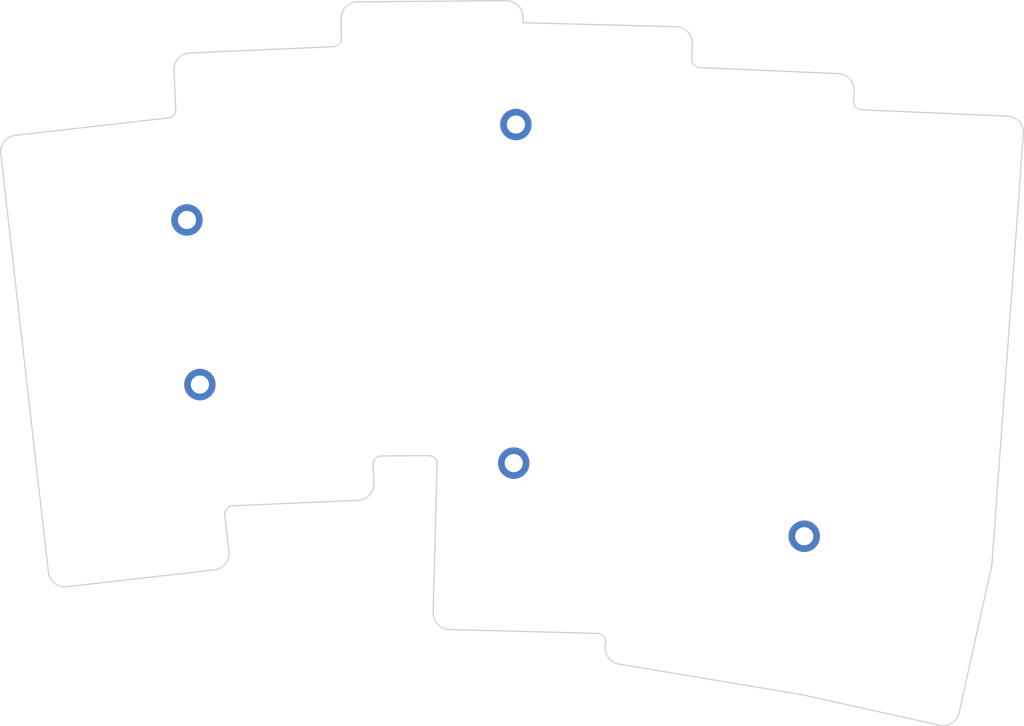
<source format=kicad_pcb>

            
(kicad_pcb (version 20171130) (host pcbnew 5.1.6)

  (page A3)
  (title_block
    (title bottom_choc)
    (rev v1.0.0)
    (company Unknown)
  )

  (general
    (thickness 1.6)
  )

  (layers
    (0 F.Cu signal)
    (31 B.Cu signal)
    (32 B.Adhes user)
    (33 F.Adhes user)
    (34 B.Paste user)
    (35 F.Paste user)
    (36 B.SilkS user)
    (37 F.SilkS user)
    (38 B.Mask user)
    (39 F.Mask user)
    (40 Dwgs.User user)
    (41 Cmts.User user)
    (42 Eco1.User user)
    (43 Eco2.User user)
    (44 Edge.Cuts user)
    (45 Margin user)
    (46 B.CrtYd user)
    (47 F.CrtYd user)
    (48 B.Fab user)
    (49 F.Fab user)
  )

  (setup
    (last_trace_width 0.25)
    (trace_clearance 0.2)
    (zone_clearance 0.508)
    (zone_45_only no)
    (trace_min 0.2)
    (via_size 0.8)
    (via_drill 0.4)
    (via_min_size 0.4)
    (via_min_drill 0.3)
    (uvia_size 0.3)
    (uvia_drill 0.1)
    (uvias_allowed no)
    (uvia_min_size 0.2)
    (uvia_min_drill 0.1)
    (edge_width 0.05)
    (segment_width 0.2)
    (pcb_text_width 0.3)
    (pcb_text_size 1.5 1.5)
    (mod_edge_width 0.12)
    (mod_text_size 1 1)
    (mod_text_width 0.15)
    (pad_size 1.524 1.524)
    (pad_drill 0.762)
    (pad_to_mask_clearance 0.05)
    (aux_axis_origin 0 0)
    (visible_elements FFFFFF7F)
    (pcbplotparams
      (layerselection 0x010fc_ffffffff)
      (usegerberextensions false)
      (usegerberattributes true)
      (usegerberadvancedattributes true)
      (creategerberjobfile true)
      (excludeedgelayer true)
      (linewidth 0.100000)
      (plotframeref false)
      (viasonmask false)
      (mode 1)
      (useauxorigin false)
      (hpglpennumber 1)
      (hpglpenspeed 20)
      (hpglpendiameter 15.000000)
      (psnegative false)
      (psa4output false)
      (plotreference true)
      (plotvalue true)
      (plotinvisibletext false)
      (padsonsilk false)
      (subtractmaskfromsilk false)
      (outputformat 1)
      (mirror false)
      (drillshape 1)
      (scaleselection 1)
      (outputdirectory ""))
  )

            (net 0 "")
            
  (net_class Default "This is the default net class."
    (clearance 0.2)
    (trace_width 0.25)
    (via_dia 0.8)
    (via_drill 0.4)
    (uvia_dia 0.3)
    (uvia_drill 0.1)
    (add_net "")
  )

            
            (module mounting_hole (layer F.Cu) (tedit 64B5A986)
                (at 184.910696 116.85153935000001 4.5)
                (fp_text reference "H1" (at 0 3) (layer F.SilkS) hide
                    (effects (font (size 1 1) (thickness 0.15)))
                )
        
                (pad "" thru_hole circle (at 0 0 180) (size 3.8000000000000003 3.8000000000000003) (drill 2.2) (layers *.Cu *.Mask))
        
                (fp_circle (center 0 0) (end -2.1500000000000004 0) (layer F.CrtYd) (width 0.05))
                (fp_circle (center 0 0) (end -2.1500000000000004 0) (layer B.CrtYd) (width 0.05))
        
            )
        

            (module mounting_hole (layer F.Cu) (tedit 64B5A986)
                (at 186.479065375 136.77956205 4.5)
                (fp_text reference "H2" (at 0 3) (layer F.SilkS) hide
                    (effects (font (size 1 1) (thickness 0.15)))
                )
        
                (pad "" thru_hole circle (at 0 0 180) (size 3.8000000000000003 3.8000000000000003) (drill 2.2) (layers *.Cu *.Mask))
        
                (fp_circle (center 0 0) (end -2.1500000000000004 0) (layer F.CrtYd) (width 0.05))
                (fp_circle (center 0 0) (end -2.1500000000000004 0) (layer B.CrtYd) (width 0.05))
        
            )
        

            (module mounting_hole (layer F.Cu) (tedit 64B5A986)
                (at 224.73530759999997 105.29465520000001 -0.5)
                (fp_text reference "H3" (at 0 3) (layer F.SilkS) hide
                    (effects (font (size 1 1) (thickness 0.15)))
                )
        
                (pad "" thru_hole circle (at 0 0 180) (size 3.8000000000000003 3.8000000000000003) (drill 2.2) (layers *.Cu *.Mask))
        
                (fp_circle (center 0 0) (end -2.1500000000000004 0) (layer F.CrtYd) (width 0.05))
                (fp_circle (center 0 0) (end -2.1500000000000004 0) (layer B.CrtYd) (width 0.05))
        
            )
        

            (module mounting_hole (layer F.Cu) (tedit 64B5A986)
                (at 224.47756095000003 146.2887885 -0.5)
                (fp_text reference "H4" (at 0 3) (layer F.SilkS) hide
                    (effects (font (size 1 1) (thickness 0.15)))
                )
        
                (pad "" thru_hole circle (at 0 0 180) (size 3.8000000000000003 3.8000000000000003) (drill 2.2) (layers *.Cu *.Mask))
        
                (fp_circle (center 0 0) (end -2.1500000000000004 0) (layer F.CrtYd) (width 0.05))
                (fp_circle (center 0 0) (end -2.1500000000000004 0) (layer B.CrtYd) (width 0.05))
        
            )
        

            (module mounting_hole (layer F.Cu) (tedit 64B5A986)
                (at 259.6453877333333 155.14324506666662 81.83333333333333)
                (fp_text reference "H5" (at 0 3) (layer F.SilkS) hide
                    (effects (font (size 1 1) (thickness 0.15)))
                )
        
                (pad "" thru_hole circle (at 0 0 180) (size 3.8000000000000003 3.8000000000000003) (drill 2.2) (layers *.Cu *.Mask))
        
                (fp_circle (center 0 0) (end -2.1500000000000004 0) (layer F.CrtYd) (width 0.05))
                (fp_circle (center 0 0) (end -2.1500000000000004 0) (layer B.CrtYd) (width 0.05))
        
            )
        
            (gr_line (start 170.349327 161.2524628) (end 188.23362039999998 159.2148049) (angle 90) (layer Edge.Cuts) (width 0.15))
(gr_arc (start 188.00721399999998 157.2276612) (end 188.23362039999998 159.2148049) (angle -89.99999908724249) (layer Edge.Cuts) (width 0.15))
(gr_line (start 189.99435769999997 157.0012548) (end 189.4893122347992 152.56852752932764) (angle 90) (layer Edge.Cuts) (width 0.15))
(gr_line (start 190.43926473479917 151.45627612932765) (end 205.6377203888384 150.7926972268411) (angle 90) (layer Edge.Cuts) (width 0.15))
(gr_arc (start 205.5504815888384 148.7946008268411) (end 205.6377203888384 150.7926972268411) (angle -90.00000145755575) (layer Edge.Cuts) (width 0.15))
(gr_line (start 207.54857800000002 148.70736200000002) (end 207.4509824505113 146.4720557674109) (angle 90) (layer Edge.Cuts) (width 0.15))
(gr_line (start 208.4413041505113 145.4284744674101) (end 214.18216455518612 145.37837472856097) (angle 90) (layer Edge.Cuts) (width 0.15))
(gr_line (start 215.1647121 147.39116059999998) (end 215.1905483551861 146.40451352856144) (angle 90) (layer Edge.Cuts) (width 0.15))
(gr_line (start 215.16471199999998 147.39116059999998) (end 214.942208 155.88824789999998) (angle 90) (layer Edge.Cuts) (width 0.15))
(gr_line (start 214.9422081 155.88824789999998) (end 214.71970399999998 164.3853351) (angle 90) (layer Edge.Cuts) (width 0.15))
(gr_arc (start 216.71901859999997 164.43768899999998) (end 214.71970399999998 164.38533509999996) (angle -90.0000001315002) (layer Edge.Cuts) (width 0.15))
(gr_line (start 216.66666469999996 166.43700359999997) (end 234.64084837312993 166.90767420392365) (angle 90) (layer Edge.Cuts) (width 0.15))
(gr_line (start 235.6009569731299 168.07237910392382) (end 235.56002731997123 168.31696506624272) (angle 90) (layer Edge.Cuts) (width 0.15))
(gr_arc (start 237.53259849999995 168.64706029999996) (end 235.56002729999994 168.31696509999998) (angle -90.0000008389137) (layer Edge.Cuts) (width 0.15))
(gr_line (start 237.20250329999996 170.61963149999997) (end 259.2952153612033 174.31668350474166) (angle 90) (layer Edge.Cuts) (width 0.15))
(gr_line (start 259.3466073612034 174.3266731047417) (end 266.7359567310278 175.96485253602296) (angle 90) (layer Edge.Cuts) (width 0.15))
(gr_line (start 266.7359568 175.96485249999998) (end 276.0107688 178.02102879999995) (angle 90) (layer Edge.Cuts) (width 0.15))
(gr_arc (start 276.443648 176.06843679999997) (end 276.0107688 178.02102879999998) (angle -90.00000058881699) (layer Edge.Cuts) (width 0.15))
(gr_line (start 278.39624 176.50131599999997) (end 282.231088 159.2034349) (angle 90) (layer Edge.Cuts) (width 0.15))
(gr_arc (start 280.359087 158.4994375) (end 282.231088 159.2034349) (angle -16.42412266143168) (layer Edge.Cuts) (width 0.15))
(gr_line (start 286.1750024 106.4288589) (end 282.353753 158.64540879999998) (angle 90) (layer Edge.Cuts) (width 0.15))
(gr_arc (start 284.18033639848136 106.28288758478217) (end 286.17500239848135 106.42885888478217) (angle -91.68549169101081) (layer Edge.Cuts) (width 0.15))
(gr_line (start 266.5844215605355 103.512728039635) (end 284.2675751984814 104.28479118478216) (angle 90) (layer Edge.Cuts) (width 0.15))
(gr_line (start 265.6289927605355 102.47006043963574) (end 265.68351699848137 101.22125008478231) (angle 90) (layer Edge.Cuts) (width 0.15))
(gr_arc (start 263.68542059848136 101.13401128478232) (end 265.68351699848137 101.22125008478231) (angle -89.99999920972198) (layer Edge.Cuts) (width 0.15))
(gr_line (start 246.99337296554444 98.40331541564527) (end 263.7726594013671 99.13591486514002) (angle 90) (layer Edge.Cuts) (width 0.15))
(gr_line (start 246.0373350655444 97.37809021564499) (end 246.0862925499375 95.50847974840259) (angle 90) (layer Edge.Cuts) (width 0.15))
(gr_arc (start 244.08699450136712 95.45549356513959) (end 246.0863091013671 95.50784746513959) (angle -90.00000162738922) (layer Edge.Cuts) (width 0.15))
(gr_line (start 225.58685746414022 92.97036491475413) (end 244.13934834993748 93.4561789484026) (angle 90) (layer Edge.Cuts) (width 0.15))
(gr_line (start 225.58685746414022 92.97036491475228) (end 225.58080554993748 92.27688224840188) (angle 90) (layer Edge.Cuts) (width 0.15))
(gr_arc (start 223.58088174993748 92.29433534840189) (end 225.58080554993748 92.27688224840189) (angle -90.00000261272893) (layer Edge.Cuts) (width 0.15))
(gr_line (start 223.56342859999998 90.2944115) (end 205.5641139 90.4514892) (angle 90) (layer Edge.Cuts) (width 0.15))
(gr_arc (start 205.581567 92.451413) (end 205.5641139 90.4514892) (angle -90.0000006504842) (layer Edge.Cuts) (width 0.15))
(gr_line (start 203.5816432 92.4688661) (end 203.60253767070182 94.86313746911765) (angle 90) (layer Edge.Cuts) (width 0.15))
(gr_line (start 185.25578610000002 96.63019390000001) (end 202.64619517070193 95.8709121691193) (angle 90) (layer Edge.Cuts) (width 0.15))
(gr_arc (start 185.34302490000002 98.6282903) (end 185.25578610000002 96.63019390000001) (angle -90.00000074865977) (layer Edge.Cuts) (width 0.15))
(gr_line (start 183.3449285 98.7155291) (end 183.55190720457645 103.45612151662772) (angle 90) (layer Edge.Cuts) (width 0.15))
(gr_line (start 164.12315040000001 106.60601079999999) (end 182.66606220457643 104.49331281662813) (angle 90) (layer Edge.Cuts) (width 0.15))
(gr_arc (start 164.34955680000002 108.5931545) (end 164.12315040000001 106.60601079999999) (angle -90.00000063794039) (layer Edge.Cuts) (width 0.15))
(gr_line (start 162.36241310000003 108.8195609) (end 168.13577690000002 159.4917255) (angle 90) (layer Edge.Cuts) (width 0.15))
(gr_arc (start 170.1229206 159.2653191) (end 168.1357769 159.4917255) (angle -90.00000091275737) (layer Edge.Cuts) (width 0.15))
(gr_arc (start 190.4828841347992 152.4553243293276) (end 190.4392647347992 151.4562761293276) (angle -93.99999815158188) (layer Edge.Cuts) (width 0.15))
(gr_arc (start 208.4500306505113 146.42843636741054) (end 208.44130415051131 145.42847446741055) (angle -92.00000279947822) (layer Edge.Cuts) (width 0.15))
(gr_arc (start 214.19089105518614 146.37833662856096) (end 215.19054835518614 146.40451352856095) (angle -91.9999952483013) (layer Edge.Cuts) (width 0.15))
(gr_arc (start 234.61467137312994 167.90733150392367) (end 235.60095697312994 168.07237910392368) (angle -97.99999668517437) (layer Edge.Cuts) (width 0.15))
(gr_arc (start 259.1301677612034 175.3029691047417) (end 259.3466073612034 174.3266731047417) (angle -2.999999625285085) (layer Edge.Cuts) (width 0.15))
(gr_arc (start 266.6280409605355 102.51367983963497) (end 265.6289927605355 102.47006043963498) (angle -89.99999999995529) (layer Edge.Cuts) (width 0.15))
(gr_arc (start 247.0369923655444 97.40426721564526) (end 246.0373350655444 97.37809021564526) (angle -89.00000222104177) (layer Edge.Cuts) (width 0.15))
(gr_arc (start 202.60257577070186 94.87186396911784) (end 202.64619517070187 95.87091216911784) (angle -87.99999720055169) (layer Edge.Cuts) (width 0.15))
(gr_arc (start 182.55285900457648 103.49974091662853) (end 182.66606220457646 104.49331281662853) (angle -86.00000184846424) (layer Edge.Cuts) (width 0.15))
            
)

        
</source>
